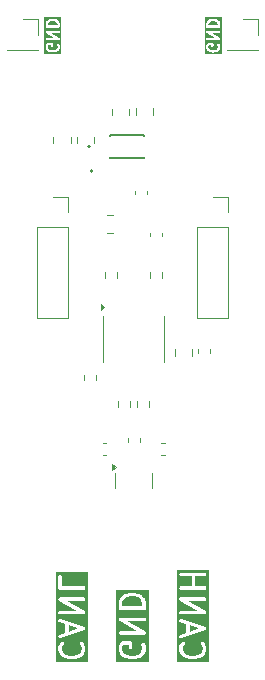
<source format=gbr>
%TF.GenerationSoftware,KiCad,Pcbnew,9.0.0*%
%TF.CreationDate,2025-05-07T16:38:21+03:00*%
%TF.ProjectId,Testing_USB-CAN,54657374-696e-4675-9f55-53422d43414e,rev?*%
%TF.SameCoordinates,Original*%
%TF.FileFunction,Legend,Bot*%
%TF.FilePolarity,Positive*%
%FSLAX46Y46*%
G04 Gerber Fmt 4.6, Leading zero omitted, Abs format (unit mm)*
G04 Created by KiCad (PCBNEW 9.0.0) date 2025-05-07 16:38:21*
%MOMM*%
%LPD*%
G01*
G04 APERTURE LIST*
%ADD10C,0.200000*%
%ADD11C,0.300000*%
%ADD12C,0.120000*%
%ADD13C,0.127000*%
%ADD14C,0.140000*%
G04 APERTURE END LIST*
D10*
G36*
X120299780Y-88163249D02*
G01*
X120370686Y-88198702D01*
X120437758Y-88265774D01*
X120472780Y-88370838D01*
X120472780Y-88492707D01*
X119672780Y-88492707D01*
X119672780Y-88370839D01*
X119707802Y-88265774D01*
X119774875Y-88198702D01*
X119845780Y-88163249D01*
X120013661Y-88121279D01*
X120131899Y-88121279D01*
X120299780Y-88163249D01*
G37*
G36*
X120783891Y-90899056D02*
G01*
X119361669Y-90899056D01*
X119361669Y-90259374D01*
X119472780Y-90259374D01*
X119472780Y-90354612D01*
X119473752Y-90364485D01*
X119473565Y-90367120D01*
X119474352Y-90370583D01*
X119474701Y-90374121D01*
X119475712Y-90376562D01*
X119477912Y-90386235D01*
X119525532Y-90529093D01*
X119533524Y-90546993D01*
X119535878Y-90549707D01*
X119537253Y-90553026D01*
X119549689Y-90568180D01*
X119644927Y-90663418D01*
X119652593Y-90669709D01*
X119654326Y-90671707D01*
X119657337Y-90673602D01*
X119660081Y-90675854D01*
X119662518Y-90676863D01*
X119670917Y-90682150D01*
X119766154Y-90729769D01*
X119767582Y-90730315D01*
X119768162Y-90730745D01*
X119776338Y-90733666D01*
X119784463Y-90736775D01*
X119785183Y-90736826D01*
X119786622Y-90737340D01*
X119977098Y-90784959D01*
X119980479Y-90785459D01*
X119981843Y-90786024D01*
X119989193Y-90786747D01*
X119996491Y-90787827D01*
X119997949Y-90787609D01*
X120001352Y-90787945D01*
X120144209Y-90787945D01*
X120147611Y-90787609D01*
X120149070Y-90787827D01*
X120156367Y-90786747D01*
X120163718Y-90786024D01*
X120165081Y-90785459D01*
X120168463Y-90784959D01*
X120358938Y-90737340D01*
X120360375Y-90736826D01*
X120361098Y-90736775D01*
X120369222Y-90733666D01*
X120377399Y-90730745D01*
X120377979Y-90730314D01*
X120379406Y-90729769D01*
X120474644Y-90682150D01*
X120483040Y-90676864D01*
X120485480Y-90675854D01*
X120488226Y-90673600D01*
X120491234Y-90671707D01*
X120492963Y-90669712D01*
X120500634Y-90663418D01*
X120595872Y-90568180D01*
X120608308Y-90553026D01*
X120609682Y-90549707D01*
X120612038Y-90546992D01*
X120620029Y-90529092D01*
X120667648Y-90386235D01*
X120669847Y-90376562D01*
X120670859Y-90374121D01*
X120671207Y-90370583D01*
X120671995Y-90367120D01*
X120671807Y-90364485D01*
X120672780Y-90354612D01*
X120672780Y-90211755D01*
X120670859Y-90192246D01*
X120669483Y-90188925D01*
X120669229Y-90185342D01*
X120662223Y-90167033D01*
X120614604Y-90071796D01*
X120604161Y-90055205D01*
X120574684Y-90029641D01*
X120537668Y-90017302D01*
X120498748Y-90020068D01*
X120463849Y-90037517D01*
X120438285Y-90066994D01*
X120425946Y-90104010D01*
X120428712Y-90142930D01*
X120435718Y-90161238D01*
X120472780Y-90235362D01*
X120472780Y-90338385D01*
X120437758Y-90443449D01*
X120370686Y-90510521D01*
X120299780Y-90545974D01*
X120131899Y-90587945D01*
X120013661Y-90587945D01*
X119845780Y-90545974D01*
X119774875Y-90510522D01*
X119707802Y-90443449D01*
X119672780Y-90338384D01*
X119672780Y-90275601D01*
X119707802Y-90170536D01*
X119709441Y-90168898D01*
X119901352Y-90168898D01*
X119901352Y-90259374D01*
X119903273Y-90278883D01*
X119918205Y-90314931D01*
X119945795Y-90342521D01*
X119981843Y-90357453D01*
X120020861Y-90357453D01*
X120056909Y-90342521D01*
X120084499Y-90314931D01*
X120099431Y-90278883D01*
X120101352Y-90259374D01*
X120101352Y-90068898D01*
X120099431Y-90049389D01*
X120084499Y-90013341D01*
X120056909Y-89985751D01*
X120020861Y-89970819D01*
X120001352Y-89968898D01*
X119668019Y-89968898D01*
X119648510Y-89970819D01*
X119623019Y-89981377D01*
X119612461Y-89985751D01*
X119597308Y-89998188D01*
X119549689Y-90045806D01*
X119537253Y-90060960D01*
X119535878Y-90064278D01*
X119533524Y-90066993D01*
X119525532Y-90084893D01*
X119477912Y-90227751D01*
X119475712Y-90237423D01*
X119474701Y-90239865D01*
X119474352Y-90243402D01*
X119473565Y-90246866D01*
X119473752Y-90249500D01*
X119472780Y-90259374D01*
X119361669Y-90259374D01*
X119361669Y-89075883D01*
X119473024Y-89075883D01*
X119474701Y-89082031D01*
X119474701Y-89088407D01*
X119479792Y-89100697D01*
X119483291Y-89113526D01*
X119487193Y-89118564D01*
X119489633Y-89124455D01*
X119499038Y-89133860D01*
X119507181Y-89144375D01*
X119515356Y-89150178D01*
X119517223Y-89152045D01*
X119519055Y-89152803D01*
X119523166Y-89155722D01*
X120196224Y-89540326D01*
X119572780Y-89540326D01*
X119553271Y-89542247D01*
X119517223Y-89557179D01*
X119489633Y-89584769D01*
X119474701Y-89620817D01*
X119474701Y-89659835D01*
X119489633Y-89695883D01*
X119517223Y-89723473D01*
X119553271Y-89738405D01*
X119572780Y-89740326D01*
X120572780Y-89740326D01*
X120577797Y-89739831D01*
X120579765Y-89740082D01*
X120582311Y-89739387D01*
X120592289Y-89738405D01*
X120604575Y-89733315D01*
X120617408Y-89729816D01*
X120622449Y-89725911D01*
X120628337Y-89723473D01*
X120637740Y-89714069D01*
X120648257Y-89705925D01*
X120651419Y-89700390D01*
X120655927Y-89695883D01*
X120661015Y-89683597D01*
X120667616Y-89672048D01*
X120668419Y-89665723D01*
X120670859Y-89659835D01*
X120670859Y-89646535D01*
X120672536Y-89633342D01*
X120670859Y-89627192D01*
X120670859Y-89620817D01*
X120665769Y-89608530D01*
X120662270Y-89595698D01*
X120658365Y-89590656D01*
X120655927Y-89584769D01*
X120646523Y-89575365D01*
X120638379Y-89564849D01*
X120630203Y-89559045D01*
X120628337Y-89557179D01*
X120626504Y-89556420D01*
X120622394Y-89553502D01*
X119949336Y-89168898D01*
X120572780Y-89168898D01*
X120592289Y-89166977D01*
X120628337Y-89152045D01*
X120655927Y-89124455D01*
X120670859Y-89088407D01*
X120670859Y-89049389D01*
X120655927Y-89013341D01*
X120628337Y-88985751D01*
X120592289Y-88970819D01*
X120572780Y-88968898D01*
X119572780Y-88968898D01*
X119567762Y-88969392D01*
X119565795Y-88969142D01*
X119563248Y-88969836D01*
X119553271Y-88970819D01*
X119540980Y-88975910D01*
X119528152Y-88979409D01*
X119523113Y-88983311D01*
X119517223Y-88985751D01*
X119507817Y-88995156D01*
X119497303Y-89003299D01*
X119494140Y-89008833D01*
X119489633Y-89013341D01*
X119484544Y-89025626D01*
X119477944Y-89037176D01*
X119477140Y-89043500D01*
X119474701Y-89049389D01*
X119474701Y-89062689D01*
X119473024Y-89075883D01*
X119361669Y-89075883D01*
X119361669Y-88354612D01*
X119472780Y-88354612D01*
X119472780Y-88592707D01*
X119474701Y-88612216D01*
X119489633Y-88648264D01*
X119517223Y-88675854D01*
X119553271Y-88690786D01*
X119572780Y-88692707D01*
X120572780Y-88692707D01*
X120592289Y-88690786D01*
X120628337Y-88675854D01*
X120655927Y-88648264D01*
X120670859Y-88612216D01*
X120672780Y-88592707D01*
X120672780Y-88354612D01*
X120671807Y-88344738D01*
X120671995Y-88342104D01*
X120671207Y-88338640D01*
X120670859Y-88335103D01*
X120669847Y-88332661D01*
X120667648Y-88322989D01*
X120620029Y-88180132D01*
X120612038Y-88162232D01*
X120609682Y-88159516D01*
X120608308Y-88156198D01*
X120595872Y-88141044D01*
X120500634Y-88045806D01*
X120492963Y-88039511D01*
X120491234Y-88037517D01*
X120488226Y-88035623D01*
X120485480Y-88033370D01*
X120483040Y-88032359D01*
X120474644Y-88027074D01*
X120379406Y-87979455D01*
X120377979Y-87978909D01*
X120377399Y-87978479D01*
X120369222Y-87975557D01*
X120361098Y-87972449D01*
X120360375Y-87972397D01*
X120358938Y-87971884D01*
X120168463Y-87924265D01*
X120165081Y-87923764D01*
X120163718Y-87923200D01*
X120156367Y-87922476D01*
X120149070Y-87921397D01*
X120147611Y-87921614D01*
X120144209Y-87921279D01*
X120001352Y-87921279D01*
X119997949Y-87921614D01*
X119996491Y-87921397D01*
X119989193Y-87922476D01*
X119981843Y-87923200D01*
X119980479Y-87923764D01*
X119977098Y-87924265D01*
X119786622Y-87971884D01*
X119785183Y-87972397D01*
X119784463Y-87972449D01*
X119776338Y-87975557D01*
X119768162Y-87978479D01*
X119767582Y-87978908D01*
X119766154Y-87979455D01*
X119670917Y-88027074D01*
X119662518Y-88032360D01*
X119660081Y-88033370D01*
X119657337Y-88035621D01*
X119654326Y-88037517D01*
X119652593Y-88039514D01*
X119644927Y-88045806D01*
X119549689Y-88141044D01*
X119537253Y-88156198D01*
X119535878Y-88159516D01*
X119533524Y-88162231D01*
X119525532Y-88180131D01*
X119477912Y-88322989D01*
X119475712Y-88332661D01*
X119474701Y-88335103D01*
X119474352Y-88338640D01*
X119473565Y-88342104D01*
X119473752Y-88344738D01*
X119472780Y-88354612D01*
X119361669Y-88354612D01*
X119361669Y-87810168D01*
X120783891Y-87810168D01*
X120783891Y-90899056D01*
G37*
G36*
X133879780Y-88173249D02*
G01*
X133950686Y-88208702D01*
X134017758Y-88275774D01*
X134052780Y-88380838D01*
X134052780Y-88502707D01*
X133252780Y-88502707D01*
X133252780Y-88380839D01*
X133287802Y-88275774D01*
X133354875Y-88208702D01*
X133425780Y-88173249D01*
X133593661Y-88131279D01*
X133711899Y-88131279D01*
X133879780Y-88173249D01*
G37*
G36*
X134363891Y-90909056D02*
G01*
X132941669Y-90909056D01*
X132941669Y-90269374D01*
X133052780Y-90269374D01*
X133052780Y-90364612D01*
X133053752Y-90374485D01*
X133053565Y-90377120D01*
X133054352Y-90380583D01*
X133054701Y-90384121D01*
X133055712Y-90386562D01*
X133057912Y-90396235D01*
X133105532Y-90539093D01*
X133113524Y-90556993D01*
X133115878Y-90559707D01*
X133117253Y-90563026D01*
X133129689Y-90578180D01*
X133224927Y-90673418D01*
X133232593Y-90679709D01*
X133234326Y-90681707D01*
X133237337Y-90683602D01*
X133240081Y-90685854D01*
X133242518Y-90686863D01*
X133250917Y-90692150D01*
X133346154Y-90739769D01*
X133347582Y-90740315D01*
X133348162Y-90740745D01*
X133356338Y-90743666D01*
X133364463Y-90746775D01*
X133365183Y-90746826D01*
X133366622Y-90747340D01*
X133557098Y-90794959D01*
X133560479Y-90795459D01*
X133561843Y-90796024D01*
X133569193Y-90796747D01*
X133576491Y-90797827D01*
X133577949Y-90797609D01*
X133581352Y-90797945D01*
X133724209Y-90797945D01*
X133727611Y-90797609D01*
X133729070Y-90797827D01*
X133736367Y-90796747D01*
X133743718Y-90796024D01*
X133745081Y-90795459D01*
X133748463Y-90794959D01*
X133938938Y-90747340D01*
X133940375Y-90746826D01*
X133941098Y-90746775D01*
X133949222Y-90743666D01*
X133957399Y-90740745D01*
X133957979Y-90740314D01*
X133959406Y-90739769D01*
X134054644Y-90692150D01*
X134063040Y-90686864D01*
X134065480Y-90685854D01*
X134068226Y-90683600D01*
X134071234Y-90681707D01*
X134072963Y-90679712D01*
X134080634Y-90673418D01*
X134175872Y-90578180D01*
X134188308Y-90563026D01*
X134189682Y-90559707D01*
X134192038Y-90556992D01*
X134200029Y-90539092D01*
X134247648Y-90396235D01*
X134249847Y-90386562D01*
X134250859Y-90384121D01*
X134251207Y-90380583D01*
X134251995Y-90377120D01*
X134251807Y-90374485D01*
X134252780Y-90364612D01*
X134252780Y-90221755D01*
X134250859Y-90202246D01*
X134249483Y-90198925D01*
X134249229Y-90195342D01*
X134242223Y-90177033D01*
X134194604Y-90081796D01*
X134184161Y-90065205D01*
X134154684Y-90039641D01*
X134117668Y-90027302D01*
X134078748Y-90030068D01*
X134043849Y-90047517D01*
X134018285Y-90076994D01*
X134005946Y-90114010D01*
X134008712Y-90152930D01*
X134015718Y-90171238D01*
X134052780Y-90245362D01*
X134052780Y-90348385D01*
X134017758Y-90453449D01*
X133950686Y-90520521D01*
X133879780Y-90555974D01*
X133711899Y-90597945D01*
X133593661Y-90597945D01*
X133425780Y-90555974D01*
X133354875Y-90520522D01*
X133287802Y-90453449D01*
X133252780Y-90348384D01*
X133252780Y-90285601D01*
X133287802Y-90180536D01*
X133289441Y-90178898D01*
X133481352Y-90178898D01*
X133481352Y-90269374D01*
X133483273Y-90288883D01*
X133498205Y-90324931D01*
X133525795Y-90352521D01*
X133561843Y-90367453D01*
X133600861Y-90367453D01*
X133636909Y-90352521D01*
X133664499Y-90324931D01*
X133679431Y-90288883D01*
X133681352Y-90269374D01*
X133681352Y-90078898D01*
X133679431Y-90059389D01*
X133664499Y-90023341D01*
X133636909Y-89995751D01*
X133600861Y-89980819D01*
X133581352Y-89978898D01*
X133248019Y-89978898D01*
X133228510Y-89980819D01*
X133203019Y-89991377D01*
X133192461Y-89995751D01*
X133177308Y-90008188D01*
X133129689Y-90055806D01*
X133117253Y-90070960D01*
X133115878Y-90074278D01*
X133113524Y-90076993D01*
X133105532Y-90094893D01*
X133057912Y-90237751D01*
X133055712Y-90247423D01*
X133054701Y-90249865D01*
X133054352Y-90253402D01*
X133053565Y-90256866D01*
X133053752Y-90259500D01*
X133052780Y-90269374D01*
X132941669Y-90269374D01*
X132941669Y-89085883D01*
X133053024Y-89085883D01*
X133054701Y-89092031D01*
X133054701Y-89098407D01*
X133059792Y-89110697D01*
X133063291Y-89123526D01*
X133067193Y-89128564D01*
X133069633Y-89134455D01*
X133079038Y-89143860D01*
X133087181Y-89154375D01*
X133095356Y-89160178D01*
X133097223Y-89162045D01*
X133099055Y-89162803D01*
X133103166Y-89165722D01*
X133776224Y-89550326D01*
X133152780Y-89550326D01*
X133133271Y-89552247D01*
X133097223Y-89567179D01*
X133069633Y-89594769D01*
X133054701Y-89630817D01*
X133054701Y-89669835D01*
X133069633Y-89705883D01*
X133097223Y-89733473D01*
X133133271Y-89748405D01*
X133152780Y-89750326D01*
X134152780Y-89750326D01*
X134157797Y-89749831D01*
X134159765Y-89750082D01*
X134162311Y-89749387D01*
X134172289Y-89748405D01*
X134184575Y-89743315D01*
X134197408Y-89739816D01*
X134202449Y-89735911D01*
X134208337Y-89733473D01*
X134217740Y-89724069D01*
X134228257Y-89715925D01*
X134231419Y-89710390D01*
X134235927Y-89705883D01*
X134241015Y-89693597D01*
X134247616Y-89682048D01*
X134248419Y-89675723D01*
X134250859Y-89669835D01*
X134250859Y-89656535D01*
X134252536Y-89643342D01*
X134250859Y-89637192D01*
X134250859Y-89630817D01*
X134245769Y-89618530D01*
X134242270Y-89605698D01*
X134238365Y-89600656D01*
X134235927Y-89594769D01*
X134226523Y-89585365D01*
X134218379Y-89574849D01*
X134210203Y-89569045D01*
X134208337Y-89567179D01*
X134206504Y-89566420D01*
X134202394Y-89563502D01*
X133529336Y-89178898D01*
X134152780Y-89178898D01*
X134172289Y-89176977D01*
X134208337Y-89162045D01*
X134235927Y-89134455D01*
X134250859Y-89098407D01*
X134250859Y-89059389D01*
X134235927Y-89023341D01*
X134208337Y-88995751D01*
X134172289Y-88980819D01*
X134152780Y-88978898D01*
X133152780Y-88978898D01*
X133147762Y-88979392D01*
X133145795Y-88979142D01*
X133143248Y-88979836D01*
X133133271Y-88980819D01*
X133120980Y-88985910D01*
X133108152Y-88989409D01*
X133103113Y-88993311D01*
X133097223Y-88995751D01*
X133087817Y-89005156D01*
X133077303Y-89013299D01*
X133074140Y-89018833D01*
X133069633Y-89023341D01*
X133064544Y-89035626D01*
X133057944Y-89047176D01*
X133057140Y-89053500D01*
X133054701Y-89059389D01*
X133054701Y-89072689D01*
X133053024Y-89085883D01*
X132941669Y-89085883D01*
X132941669Y-88364612D01*
X133052780Y-88364612D01*
X133052780Y-88602707D01*
X133054701Y-88622216D01*
X133069633Y-88658264D01*
X133097223Y-88685854D01*
X133133271Y-88700786D01*
X133152780Y-88702707D01*
X134152780Y-88702707D01*
X134172289Y-88700786D01*
X134208337Y-88685854D01*
X134235927Y-88658264D01*
X134250859Y-88622216D01*
X134252780Y-88602707D01*
X134252780Y-88364612D01*
X134251807Y-88354738D01*
X134251995Y-88352104D01*
X134251207Y-88348640D01*
X134250859Y-88345103D01*
X134249847Y-88342661D01*
X134247648Y-88332989D01*
X134200029Y-88190132D01*
X134192038Y-88172232D01*
X134189682Y-88169516D01*
X134188308Y-88166198D01*
X134175872Y-88151044D01*
X134080634Y-88055806D01*
X134072963Y-88049511D01*
X134071234Y-88047517D01*
X134068226Y-88045623D01*
X134065480Y-88043370D01*
X134063040Y-88042359D01*
X134054644Y-88037074D01*
X133959406Y-87989455D01*
X133957979Y-87988909D01*
X133957399Y-87988479D01*
X133949222Y-87985557D01*
X133941098Y-87982449D01*
X133940375Y-87982397D01*
X133938938Y-87981884D01*
X133748463Y-87934265D01*
X133745081Y-87933764D01*
X133743718Y-87933200D01*
X133736367Y-87932476D01*
X133729070Y-87931397D01*
X133727611Y-87931614D01*
X133724209Y-87931279D01*
X133581352Y-87931279D01*
X133577949Y-87931614D01*
X133576491Y-87931397D01*
X133569193Y-87932476D01*
X133561843Y-87933200D01*
X133560479Y-87933764D01*
X133557098Y-87934265D01*
X133366622Y-87981884D01*
X133365183Y-87982397D01*
X133364463Y-87982449D01*
X133356338Y-87985557D01*
X133348162Y-87988479D01*
X133347582Y-87988908D01*
X133346154Y-87989455D01*
X133250917Y-88037074D01*
X133242518Y-88042360D01*
X133240081Y-88043370D01*
X133237337Y-88045621D01*
X133234326Y-88047517D01*
X133232593Y-88049514D01*
X133224927Y-88055806D01*
X133129689Y-88151044D01*
X133117253Y-88166198D01*
X133115878Y-88169516D01*
X133113524Y-88172231D01*
X133105532Y-88190131D01*
X133057912Y-88332989D01*
X133055712Y-88342661D01*
X133054701Y-88345103D01*
X133054352Y-88348640D01*
X133053565Y-88352104D01*
X133053752Y-88354738D01*
X133052780Y-88364612D01*
X132941669Y-88364612D01*
X132941669Y-87820168D01*
X134363891Y-87820168D01*
X134363891Y-90909056D01*
G37*
D11*
G36*
X132456019Y-139555488D02*
G01*
X131651790Y-139823564D01*
X131651790Y-139287411D01*
X132456019Y-139555488D01*
G37*
G36*
X133302583Y-142403901D02*
G01*
X130558139Y-142403901D01*
X130558139Y-141174536D01*
X130780361Y-141174536D01*
X130780361Y-141365012D01*
X130781819Y-141379823D01*
X130781539Y-141383773D01*
X130782720Y-141388967D01*
X130783243Y-141394276D01*
X130784760Y-141397938D01*
X130788059Y-141412446D01*
X130883298Y-141698161D01*
X130895286Y-141725012D01*
X130898816Y-141729082D01*
X130900879Y-141734062D01*
X130919534Y-141756793D01*
X131110010Y-141947269D01*
X131121511Y-141956708D01*
X131124108Y-141959702D01*
X131128621Y-141962542D01*
X131132741Y-141965924D01*
X131136400Y-141967439D01*
X131148994Y-141975367D01*
X131339470Y-142070605D01*
X131341608Y-142071423D01*
X131342480Y-142072069D01*
X131354753Y-142076453D01*
X131366934Y-142081115D01*
X131368016Y-142081191D01*
X131370172Y-142081962D01*
X131751123Y-142177200D01*
X131756195Y-142177950D01*
X131758240Y-142178797D01*
X131769261Y-142179882D01*
X131780213Y-142181502D01*
X131782400Y-142181176D01*
X131787504Y-142181679D01*
X132073219Y-142181679D01*
X132078322Y-142181176D01*
X132080510Y-142181502D01*
X132091460Y-142179882D01*
X132102483Y-142178797D01*
X132104527Y-142177949D01*
X132109599Y-142177200D01*
X132490551Y-142081962D01*
X132492706Y-142081191D01*
X132493790Y-142081115D01*
X132505986Y-142076447D01*
X132518242Y-142072069D01*
X132519112Y-142071424D01*
X132521253Y-142070605D01*
X132711729Y-141975367D01*
X132724322Y-141967439D01*
X132727982Y-141965924D01*
X132732101Y-141962542D01*
X132736615Y-141959702D01*
X132739211Y-141956707D01*
X132750713Y-141947269D01*
X132941189Y-141756793D01*
X132959844Y-141734062D01*
X132961906Y-141729082D01*
X132965437Y-141725012D01*
X132977426Y-141698161D01*
X133072664Y-141412446D01*
X133075963Y-141397933D01*
X133077479Y-141394276D01*
X133078001Y-141388973D01*
X133079184Y-141383772D01*
X133078902Y-141379817D01*
X133080361Y-141365012D01*
X133080361Y-141174536D01*
X133078902Y-141159724D01*
X133079183Y-141155775D01*
X133078001Y-141150580D01*
X133077479Y-141145272D01*
X133075961Y-141141609D01*
X133072663Y-141127102D01*
X132977425Y-140841388D01*
X132965437Y-140814537D01*
X132961906Y-140810466D01*
X132959844Y-140805487D01*
X132941189Y-140782756D01*
X132845951Y-140687518D01*
X132823220Y-140668863D01*
X132769148Y-140646466D01*
X132710622Y-140646466D01*
X132656550Y-140668863D01*
X132615164Y-140710249D01*
X132592767Y-140764321D01*
X132592767Y-140822847D01*
X132615164Y-140876919D01*
X132633819Y-140899650D01*
X132704019Y-140969850D01*
X132780361Y-141198876D01*
X132780361Y-141340669D01*
X132704017Y-141569700D01*
X132555793Y-141717925D01*
X132401815Y-141794913D01*
X132054755Y-141881679D01*
X131805968Y-141881679D01*
X131458908Y-141794914D01*
X131304930Y-141717925D01*
X131156704Y-141569699D01*
X131080361Y-141340671D01*
X131080361Y-141198877D01*
X131156704Y-140969849D01*
X131226904Y-140899650D01*
X131245559Y-140876919D01*
X131267956Y-140822847D01*
X131267956Y-140764321D01*
X131245559Y-140710249D01*
X131204173Y-140668863D01*
X131150101Y-140646466D01*
X131091575Y-140646466D01*
X131037503Y-140668863D01*
X131014772Y-140687518D01*
X130919534Y-140782756D01*
X130900879Y-140805487D01*
X130898816Y-140810466D01*
X130895286Y-140814537D01*
X130883298Y-140841388D01*
X130788059Y-141127101D01*
X130784759Y-141141610D01*
X130783243Y-141145272D01*
X130782720Y-141150580D01*
X130781539Y-141155775D01*
X130781819Y-141159724D01*
X130780361Y-141174536D01*
X130558139Y-141174536D01*
X130558139Y-138870061D01*
X130781539Y-138870061D01*
X130785688Y-138928442D01*
X130811862Y-138980789D01*
X130856076Y-139019136D01*
X130882927Y-139031124D01*
X131351790Y-139187411D01*
X131351790Y-139923564D01*
X130882927Y-140079852D01*
X130856076Y-140091841D01*
X130811862Y-140130188D01*
X130785688Y-140182535D01*
X130781539Y-140240915D01*
X130800047Y-140296440D01*
X130838394Y-140340654D01*
X130890741Y-140366828D01*
X130949121Y-140370977D01*
X130977795Y-140364458D01*
X132977795Y-139697791D01*
X133004646Y-139685803D01*
X133012743Y-139678779D01*
X133022327Y-139673988D01*
X133034648Y-139659781D01*
X133048860Y-139647456D01*
X133053653Y-139637870D01*
X133060675Y-139629774D01*
X133066622Y-139611932D01*
X133075034Y-139595109D01*
X133075794Y-139584415D01*
X133079183Y-139574249D01*
X133077850Y-139555493D01*
X133079184Y-139536728D01*
X133075793Y-139526557D01*
X133075034Y-139515869D01*
X133066623Y-139499047D01*
X133060675Y-139481204D01*
X133053652Y-139473107D01*
X133048860Y-139463522D01*
X133034651Y-139451198D01*
X133022328Y-139436990D01*
X133012742Y-139432197D01*
X133004646Y-139425175D01*
X132977795Y-139413186D01*
X130977795Y-138746520D01*
X130949122Y-138740000D01*
X130890741Y-138744149D01*
X130838394Y-138770323D01*
X130800047Y-138814537D01*
X130781539Y-138870061D01*
X130558139Y-138870061D01*
X130558139Y-137089775D01*
X130780727Y-137089775D01*
X130783243Y-137098999D01*
X130783243Y-137108562D01*
X130790878Y-137126994D01*
X130796127Y-137146239D01*
X130801981Y-137153798D01*
X130805641Y-137162634D01*
X130819748Y-137176741D01*
X130831962Y-137192513D01*
X130844225Y-137201218D01*
X130847025Y-137204018D01*
X130849772Y-137205156D01*
X130855940Y-137209534D01*
X132365527Y-138072155D01*
X130930361Y-138072155D01*
X130901097Y-138075037D01*
X130847025Y-138097435D01*
X130805641Y-138138819D01*
X130783243Y-138192891D01*
X130783243Y-138251419D01*
X130805641Y-138305491D01*
X130847025Y-138346875D01*
X130901097Y-138369273D01*
X130930361Y-138372155D01*
X132930361Y-138372155D01*
X132937891Y-138371413D01*
X132940838Y-138371788D01*
X132944653Y-138370747D01*
X132959625Y-138369273D01*
X132978060Y-138361636D01*
X132997302Y-138356389D01*
X133004861Y-138350534D01*
X133013697Y-138346875D01*
X133027804Y-138332767D01*
X133043576Y-138320554D01*
X133048320Y-138312251D01*
X133055081Y-138305491D01*
X133062715Y-138287060D01*
X133072614Y-138269738D01*
X133073819Y-138260253D01*
X133077479Y-138251419D01*
X133077479Y-138231463D01*
X133079994Y-138211677D01*
X133077479Y-138202455D01*
X133077479Y-138192891D01*
X133069842Y-138174456D01*
X133064595Y-138155214D01*
X133058740Y-138147654D01*
X133055081Y-138138819D01*
X133040973Y-138124711D01*
X133028760Y-138108940D01*
X133016495Y-138100233D01*
X133013697Y-138097435D01*
X133010951Y-138096297D01*
X133004782Y-138091918D01*
X131495195Y-137229298D01*
X132930361Y-137229298D01*
X132959625Y-137226416D01*
X133013697Y-137204018D01*
X133055081Y-137162634D01*
X133077479Y-137108562D01*
X133077479Y-137050034D01*
X133055081Y-136995962D01*
X133013697Y-136954578D01*
X132959625Y-136932180D01*
X132930361Y-136929298D01*
X130930361Y-136929298D01*
X130922835Y-136930039D01*
X130919884Y-136929664D01*
X130916063Y-136930706D01*
X130901097Y-136932180D01*
X130882664Y-136939815D01*
X130863420Y-136945064D01*
X130855860Y-136950918D01*
X130847025Y-136954578D01*
X130832917Y-136968685D01*
X130817146Y-136980899D01*
X130812401Y-136989201D01*
X130805641Y-136995962D01*
X130798006Y-137014392D01*
X130788108Y-137031715D01*
X130786902Y-137041200D01*
X130783243Y-137050034D01*
X130783243Y-137069983D01*
X130780727Y-137089775D01*
X130558139Y-137089775D01*
X130558139Y-134954796D01*
X130783243Y-134954796D01*
X130783243Y-135013324D01*
X130805641Y-135067396D01*
X130847025Y-135108780D01*
X130901097Y-135131178D01*
X130930361Y-135134060D01*
X131827980Y-135134060D01*
X131827980Y-135976917D01*
X130930361Y-135976917D01*
X130901097Y-135979799D01*
X130847025Y-136002197D01*
X130805641Y-136043581D01*
X130783243Y-136097653D01*
X130783243Y-136156181D01*
X130805641Y-136210253D01*
X130847025Y-136251637D01*
X130901097Y-136274035D01*
X130930361Y-136276917D01*
X132930361Y-136276917D01*
X132959625Y-136274035D01*
X133013697Y-136251637D01*
X133055081Y-136210253D01*
X133077479Y-136156181D01*
X133077479Y-136097653D01*
X133055081Y-136043581D01*
X133013697Y-136002197D01*
X132959625Y-135979799D01*
X132930361Y-135976917D01*
X132127980Y-135976917D01*
X132127980Y-135134060D01*
X132930361Y-135134060D01*
X132959625Y-135131178D01*
X133013697Y-135108780D01*
X133055081Y-135067396D01*
X133077479Y-135013324D01*
X133077479Y-134954796D01*
X133055081Y-134900724D01*
X133013697Y-134859340D01*
X132959625Y-134836942D01*
X132930361Y-134834060D01*
X130930361Y-134834060D01*
X130901097Y-134836942D01*
X130847025Y-134859340D01*
X130805641Y-134900724D01*
X130783243Y-134954796D01*
X130558139Y-134954796D01*
X130558139Y-134611838D01*
X133302583Y-134611838D01*
X133302583Y-142403901D01*
G37*
G36*
X122216019Y-139555488D02*
G01*
X121411790Y-139823564D01*
X121411790Y-139287411D01*
X122216019Y-139555488D01*
G37*
G36*
X123062583Y-142403901D02*
G01*
X120318139Y-142403901D01*
X120318139Y-141174536D01*
X120540361Y-141174536D01*
X120540361Y-141365012D01*
X120541819Y-141379823D01*
X120541539Y-141383773D01*
X120542720Y-141388967D01*
X120543243Y-141394276D01*
X120544760Y-141397938D01*
X120548059Y-141412446D01*
X120643298Y-141698161D01*
X120655286Y-141725012D01*
X120658816Y-141729082D01*
X120660879Y-141734062D01*
X120679534Y-141756793D01*
X120870010Y-141947269D01*
X120881511Y-141956708D01*
X120884108Y-141959702D01*
X120888621Y-141962542D01*
X120892741Y-141965924D01*
X120896400Y-141967439D01*
X120908994Y-141975367D01*
X121099470Y-142070605D01*
X121101608Y-142071423D01*
X121102480Y-142072069D01*
X121114753Y-142076453D01*
X121126934Y-142081115D01*
X121128016Y-142081191D01*
X121130172Y-142081962D01*
X121511123Y-142177200D01*
X121516195Y-142177950D01*
X121518240Y-142178797D01*
X121529261Y-142179882D01*
X121540213Y-142181502D01*
X121542400Y-142181176D01*
X121547504Y-142181679D01*
X121833219Y-142181679D01*
X121838322Y-142181176D01*
X121840510Y-142181502D01*
X121851460Y-142179882D01*
X121862483Y-142178797D01*
X121864527Y-142177949D01*
X121869599Y-142177200D01*
X122250551Y-142081962D01*
X122252706Y-142081191D01*
X122253790Y-142081115D01*
X122265986Y-142076447D01*
X122278242Y-142072069D01*
X122279112Y-142071424D01*
X122281253Y-142070605D01*
X122471729Y-141975367D01*
X122484322Y-141967439D01*
X122487982Y-141965924D01*
X122492101Y-141962542D01*
X122496615Y-141959702D01*
X122499211Y-141956707D01*
X122510713Y-141947269D01*
X122701189Y-141756793D01*
X122719844Y-141734062D01*
X122721906Y-141729082D01*
X122725437Y-141725012D01*
X122737426Y-141698161D01*
X122832664Y-141412446D01*
X122835963Y-141397933D01*
X122837479Y-141394276D01*
X122838001Y-141388973D01*
X122839184Y-141383772D01*
X122838902Y-141379817D01*
X122840361Y-141365012D01*
X122840361Y-141174536D01*
X122838902Y-141159724D01*
X122839183Y-141155775D01*
X122838001Y-141150580D01*
X122837479Y-141145272D01*
X122835961Y-141141609D01*
X122832663Y-141127102D01*
X122737425Y-140841388D01*
X122725437Y-140814537D01*
X122721906Y-140810466D01*
X122719844Y-140805487D01*
X122701189Y-140782756D01*
X122605951Y-140687518D01*
X122583220Y-140668863D01*
X122529148Y-140646466D01*
X122470622Y-140646466D01*
X122416550Y-140668863D01*
X122375164Y-140710249D01*
X122352767Y-140764321D01*
X122352767Y-140822847D01*
X122375164Y-140876919D01*
X122393819Y-140899650D01*
X122464019Y-140969850D01*
X122540361Y-141198876D01*
X122540361Y-141340669D01*
X122464017Y-141569700D01*
X122315793Y-141717925D01*
X122161815Y-141794913D01*
X121814755Y-141881679D01*
X121565968Y-141881679D01*
X121218908Y-141794914D01*
X121064930Y-141717925D01*
X120916704Y-141569699D01*
X120840361Y-141340671D01*
X120840361Y-141198877D01*
X120916704Y-140969849D01*
X120986904Y-140899650D01*
X121005559Y-140876919D01*
X121027956Y-140822847D01*
X121027956Y-140764321D01*
X121005559Y-140710249D01*
X120964173Y-140668863D01*
X120910101Y-140646466D01*
X120851575Y-140646466D01*
X120797503Y-140668863D01*
X120774772Y-140687518D01*
X120679534Y-140782756D01*
X120660879Y-140805487D01*
X120658816Y-140810466D01*
X120655286Y-140814537D01*
X120643298Y-140841388D01*
X120548059Y-141127101D01*
X120544759Y-141141610D01*
X120543243Y-141145272D01*
X120542720Y-141150580D01*
X120541539Y-141155775D01*
X120541819Y-141159724D01*
X120540361Y-141174536D01*
X120318139Y-141174536D01*
X120318139Y-138870061D01*
X120541539Y-138870061D01*
X120545688Y-138928442D01*
X120571862Y-138980789D01*
X120616076Y-139019136D01*
X120642927Y-139031124D01*
X121111790Y-139187411D01*
X121111790Y-139923564D01*
X120642927Y-140079852D01*
X120616076Y-140091841D01*
X120571862Y-140130188D01*
X120545688Y-140182535D01*
X120541539Y-140240915D01*
X120560047Y-140296440D01*
X120598394Y-140340654D01*
X120650741Y-140366828D01*
X120709121Y-140370977D01*
X120737795Y-140364458D01*
X122737795Y-139697791D01*
X122764646Y-139685803D01*
X122772743Y-139678779D01*
X122782327Y-139673988D01*
X122794648Y-139659781D01*
X122808860Y-139647456D01*
X122813653Y-139637870D01*
X122820675Y-139629774D01*
X122826622Y-139611932D01*
X122835034Y-139595109D01*
X122835794Y-139584415D01*
X122839183Y-139574249D01*
X122837850Y-139555493D01*
X122839184Y-139536728D01*
X122835793Y-139526557D01*
X122835034Y-139515869D01*
X122826623Y-139499047D01*
X122820675Y-139481204D01*
X122813652Y-139473107D01*
X122808860Y-139463522D01*
X122794651Y-139451198D01*
X122782328Y-139436990D01*
X122772742Y-139432197D01*
X122764646Y-139425175D01*
X122737795Y-139413186D01*
X120737795Y-138746520D01*
X120709122Y-138740000D01*
X120650741Y-138744149D01*
X120598394Y-138770323D01*
X120560047Y-138814537D01*
X120541539Y-138870061D01*
X120318139Y-138870061D01*
X120318139Y-137089775D01*
X120540727Y-137089775D01*
X120543243Y-137098999D01*
X120543243Y-137108562D01*
X120550878Y-137126994D01*
X120556127Y-137146239D01*
X120561981Y-137153798D01*
X120565641Y-137162634D01*
X120579748Y-137176741D01*
X120591962Y-137192513D01*
X120604225Y-137201218D01*
X120607025Y-137204018D01*
X120609772Y-137205156D01*
X120615940Y-137209534D01*
X122125527Y-138072155D01*
X120690361Y-138072155D01*
X120661097Y-138075037D01*
X120607025Y-138097435D01*
X120565641Y-138138819D01*
X120543243Y-138192891D01*
X120543243Y-138251419D01*
X120565641Y-138305491D01*
X120607025Y-138346875D01*
X120661097Y-138369273D01*
X120690361Y-138372155D01*
X122690361Y-138372155D01*
X122697891Y-138371413D01*
X122700838Y-138371788D01*
X122704653Y-138370747D01*
X122719625Y-138369273D01*
X122738060Y-138361636D01*
X122757302Y-138356389D01*
X122764861Y-138350534D01*
X122773697Y-138346875D01*
X122787804Y-138332767D01*
X122803576Y-138320554D01*
X122808320Y-138312251D01*
X122815081Y-138305491D01*
X122822715Y-138287060D01*
X122832614Y-138269738D01*
X122833819Y-138260253D01*
X122837479Y-138251419D01*
X122837479Y-138231463D01*
X122839994Y-138211677D01*
X122837479Y-138202455D01*
X122837479Y-138192891D01*
X122829842Y-138174456D01*
X122824595Y-138155214D01*
X122818740Y-138147654D01*
X122815081Y-138138819D01*
X122800973Y-138124711D01*
X122788760Y-138108940D01*
X122776495Y-138100233D01*
X122773697Y-138097435D01*
X122770951Y-138096297D01*
X122764782Y-138091918D01*
X121255195Y-137229298D01*
X122690361Y-137229298D01*
X122719625Y-137226416D01*
X122773697Y-137204018D01*
X122815081Y-137162634D01*
X122837479Y-137108562D01*
X122837479Y-137050034D01*
X122815081Y-136995962D01*
X122773697Y-136954578D01*
X122719625Y-136932180D01*
X122690361Y-136929298D01*
X120690361Y-136929298D01*
X120682835Y-136930039D01*
X120679884Y-136929664D01*
X120676063Y-136930706D01*
X120661097Y-136932180D01*
X120642664Y-136939815D01*
X120623420Y-136945064D01*
X120615860Y-136950918D01*
X120607025Y-136954578D01*
X120592917Y-136968685D01*
X120577146Y-136980899D01*
X120572401Y-136989201D01*
X120565641Y-136995962D01*
X120558006Y-137014392D01*
X120548108Y-137031715D01*
X120546902Y-137041200D01*
X120543243Y-137050034D01*
X120543243Y-137069983D01*
X120540727Y-137089775D01*
X120318139Y-137089775D01*
X120318139Y-135174536D01*
X120540361Y-135174536D01*
X120540361Y-136126917D01*
X120543243Y-136156181D01*
X120565641Y-136210253D01*
X120607025Y-136251637D01*
X120661097Y-136274035D01*
X120690361Y-136276917D01*
X122690361Y-136276917D01*
X122719625Y-136274035D01*
X122773697Y-136251637D01*
X122815081Y-136210253D01*
X122837479Y-136156181D01*
X122837479Y-136097653D01*
X122815081Y-136043581D01*
X122773697Y-136002197D01*
X122719625Y-135979799D01*
X122690361Y-135976917D01*
X120840361Y-135976917D01*
X120840361Y-135174536D01*
X120837479Y-135145272D01*
X120815081Y-135091200D01*
X120773697Y-135049816D01*
X120719625Y-135027418D01*
X120661097Y-135027418D01*
X120607025Y-135049816D01*
X120565641Y-135091200D01*
X120543243Y-135145272D01*
X120540361Y-135174536D01*
X120318139Y-135174536D01*
X120318139Y-134805196D01*
X123062583Y-134805196D01*
X123062583Y-142403901D01*
G37*
G36*
X127281815Y-136935111D02*
G01*
X127435793Y-137012100D01*
X127584017Y-137160324D01*
X127660361Y-137389355D01*
X127660361Y-137691203D01*
X125960361Y-137691203D01*
X125960361Y-137389353D01*
X126036704Y-137160325D01*
X126184930Y-137012100D01*
X126338908Y-136935111D01*
X126685968Y-136848346D01*
X126934755Y-136848346D01*
X127281815Y-136935111D01*
G37*
G36*
X128182583Y-142403901D02*
G01*
X125438139Y-142403901D01*
X125438139Y-141174536D01*
X125660361Y-141174536D01*
X125660361Y-141365012D01*
X125661819Y-141379823D01*
X125661539Y-141383773D01*
X125662720Y-141388967D01*
X125663243Y-141394276D01*
X125664760Y-141397938D01*
X125668059Y-141412446D01*
X125763298Y-141698161D01*
X125775286Y-141725012D01*
X125778816Y-141729082D01*
X125780879Y-141734062D01*
X125799534Y-141756793D01*
X125990010Y-141947269D01*
X126001511Y-141956708D01*
X126004108Y-141959702D01*
X126008621Y-141962542D01*
X126012741Y-141965924D01*
X126016400Y-141967439D01*
X126028994Y-141975367D01*
X126219470Y-142070605D01*
X126221608Y-142071423D01*
X126222480Y-142072069D01*
X126234753Y-142076453D01*
X126246934Y-142081115D01*
X126248016Y-142081191D01*
X126250172Y-142081962D01*
X126631123Y-142177200D01*
X126636195Y-142177950D01*
X126638240Y-142178797D01*
X126649261Y-142179882D01*
X126660213Y-142181502D01*
X126662400Y-142181176D01*
X126667504Y-142181679D01*
X126953219Y-142181679D01*
X126958322Y-142181176D01*
X126960510Y-142181502D01*
X126971460Y-142179882D01*
X126982483Y-142178797D01*
X126984527Y-142177949D01*
X126989599Y-142177200D01*
X127370551Y-142081962D01*
X127372706Y-142081191D01*
X127373790Y-142081115D01*
X127385986Y-142076447D01*
X127398242Y-142072069D01*
X127399112Y-142071424D01*
X127401253Y-142070605D01*
X127591729Y-141975367D01*
X127604322Y-141967439D01*
X127607982Y-141965924D01*
X127612101Y-141962542D01*
X127616615Y-141959702D01*
X127619211Y-141956707D01*
X127630713Y-141947269D01*
X127821189Y-141756793D01*
X127839844Y-141734062D01*
X127841906Y-141729082D01*
X127845437Y-141725012D01*
X127857426Y-141698161D01*
X127952664Y-141412446D01*
X127955963Y-141397933D01*
X127957479Y-141394276D01*
X127958001Y-141388973D01*
X127959184Y-141383772D01*
X127958902Y-141379817D01*
X127960361Y-141365012D01*
X127960361Y-141079298D01*
X127957479Y-141050034D01*
X127955416Y-141045055D01*
X127955035Y-141039680D01*
X127944525Y-141012216D01*
X127849287Y-140821740D01*
X127833622Y-140796854D01*
X127789407Y-140758508D01*
X127733885Y-140740000D01*
X127675504Y-140744148D01*
X127623155Y-140770323D01*
X127584809Y-140814538D01*
X127566301Y-140870060D01*
X127570449Y-140928441D01*
X127580959Y-140955904D01*
X127660361Y-141114708D01*
X127660361Y-141340669D01*
X127584017Y-141569700D01*
X127435793Y-141717925D01*
X127281815Y-141794913D01*
X126934755Y-141881679D01*
X126685968Y-141881679D01*
X126338908Y-141794914D01*
X126184930Y-141717925D01*
X126036704Y-141569699D01*
X125960361Y-141340671D01*
X125960361Y-141198877D01*
X126036704Y-140969849D01*
X126062970Y-140943584D01*
X126517504Y-140943584D01*
X126517504Y-141174536D01*
X126520386Y-141203800D01*
X126542784Y-141257872D01*
X126584168Y-141299256D01*
X126638240Y-141321654D01*
X126696768Y-141321654D01*
X126750840Y-141299256D01*
X126792224Y-141257872D01*
X126814622Y-141203800D01*
X126817504Y-141174536D01*
X126817504Y-140793584D01*
X126814622Y-140764320D01*
X126792224Y-140710248D01*
X126750840Y-140668864D01*
X126696768Y-140646466D01*
X126667504Y-140643584D01*
X126000838Y-140643584D01*
X125971574Y-140646466D01*
X125949177Y-140655743D01*
X125917503Y-140668863D01*
X125894772Y-140687518D01*
X125799534Y-140782756D01*
X125780879Y-140805487D01*
X125778816Y-140810466D01*
X125775286Y-140814537D01*
X125763298Y-140841388D01*
X125668059Y-141127101D01*
X125664759Y-141141610D01*
X125663243Y-141145272D01*
X125662720Y-141150580D01*
X125661539Y-141155775D01*
X125661819Y-141159724D01*
X125660361Y-141174536D01*
X125438139Y-141174536D01*
X125438139Y-138804061D01*
X125660727Y-138804061D01*
X125663243Y-138813285D01*
X125663243Y-138822848D01*
X125670878Y-138841280D01*
X125676127Y-138860525D01*
X125681981Y-138868084D01*
X125685641Y-138876920D01*
X125699748Y-138891027D01*
X125711962Y-138906799D01*
X125724225Y-138915504D01*
X125727025Y-138918304D01*
X125729772Y-138919442D01*
X125735940Y-138923820D01*
X127245527Y-139786441D01*
X125810361Y-139786441D01*
X125781097Y-139789323D01*
X125727025Y-139811721D01*
X125685641Y-139853105D01*
X125663243Y-139907177D01*
X125663243Y-139965705D01*
X125685641Y-140019777D01*
X125727025Y-140061161D01*
X125781097Y-140083559D01*
X125810361Y-140086441D01*
X127810361Y-140086441D01*
X127817891Y-140085699D01*
X127820838Y-140086074D01*
X127824653Y-140085033D01*
X127839625Y-140083559D01*
X127858060Y-140075922D01*
X127877302Y-140070675D01*
X127884861Y-140064820D01*
X127893697Y-140061161D01*
X127907804Y-140047053D01*
X127923576Y-140034840D01*
X127928320Y-140026537D01*
X127935081Y-140019777D01*
X127942715Y-140001346D01*
X127952614Y-139984024D01*
X127953819Y-139974539D01*
X127957479Y-139965705D01*
X127957479Y-139945749D01*
X127959994Y-139925963D01*
X127957479Y-139916741D01*
X127957479Y-139907177D01*
X127949842Y-139888742D01*
X127944595Y-139869500D01*
X127938740Y-139861940D01*
X127935081Y-139853105D01*
X127920973Y-139838997D01*
X127908760Y-139823226D01*
X127896495Y-139814519D01*
X127893697Y-139811721D01*
X127890951Y-139810583D01*
X127884782Y-139806204D01*
X126375195Y-138943584D01*
X127810361Y-138943584D01*
X127839625Y-138940702D01*
X127893697Y-138918304D01*
X127935081Y-138876920D01*
X127957479Y-138822848D01*
X127957479Y-138764320D01*
X127935081Y-138710248D01*
X127893697Y-138668864D01*
X127839625Y-138646466D01*
X127810361Y-138643584D01*
X125810361Y-138643584D01*
X125802835Y-138644325D01*
X125799884Y-138643950D01*
X125796063Y-138644992D01*
X125781097Y-138646466D01*
X125762664Y-138654101D01*
X125743420Y-138659350D01*
X125735860Y-138665204D01*
X125727025Y-138668864D01*
X125712917Y-138682971D01*
X125697146Y-138695185D01*
X125692401Y-138703487D01*
X125685641Y-138710248D01*
X125678006Y-138728678D01*
X125668108Y-138746001D01*
X125666902Y-138755486D01*
X125663243Y-138764320D01*
X125663243Y-138784269D01*
X125660727Y-138804061D01*
X125438139Y-138804061D01*
X125438139Y-137365013D01*
X125660361Y-137365013D01*
X125660361Y-137841203D01*
X125663243Y-137870467D01*
X125685641Y-137924539D01*
X125727025Y-137965923D01*
X125781097Y-137988321D01*
X125810361Y-137991203D01*
X127810361Y-137991203D01*
X127839625Y-137988321D01*
X127893697Y-137965923D01*
X127935081Y-137924539D01*
X127957479Y-137870467D01*
X127960361Y-137841203D01*
X127960361Y-137365013D01*
X127958902Y-137350207D01*
X127959184Y-137346253D01*
X127958001Y-137341051D01*
X127957479Y-137335749D01*
X127955963Y-137332091D01*
X127952664Y-137317579D01*
X127857426Y-137031864D01*
X127845437Y-137005013D01*
X127841906Y-137000942D01*
X127839844Y-136995963D01*
X127821189Y-136973232D01*
X127630713Y-136782756D01*
X127619211Y-136773317D01*
X127616615Y-136770323D01*
X127612101Y-136767482D01*
X127607982Y-136764101D01*
X127604322Y-136762585D01*
X127591729Y-136754658D01*
X127401253Y-136659420D01*
X127399112Y-136658600D01*
X127398242Y-136657956D01*
X127385986Y-136653577D01*
X127373790Y-136648910D01*
X127372706Y-136648833D01*
X127370551Y-136648063D01*
X126989599Y-136552825D01*
X126984527Y-136552075D01*
X126982483Y-136551228D01*
X126971460Y-136550142D01*
X126960510Y-136548523D01*
X126958322Y-136548848D01*
X126953219Y-136548346D01*
X126667504Y-136548346D01*
X126662400Y-136548848D01*
X126660213Y-136548523D01*
X126649261Y-136550142D01*
X126638240Y-136551228D01*
X126636195Y-136552074D01*
X126631123Y-136552825D01*
X126250172Y-136648063D01*
X126248016Y-136648833D01*
X126246934Y-136648910D01*
X126234753Y-136653571D01*
X126222480Y-136657956D01*
X126221608Y-136658601D01*
X126219470Y-136659420D01*
X126028994Y-136754658D01*
X126016400Y-136762585D01*
X126012741Y-136764101D01*
X126008621Y-136767482D01*
X126004108Y-136770323D01*
X126001511Y-136773316D01*
X125990010Y-136782756D01*
X125799534Y-136973232D01*
X125780879Y-136995963D01*
X125778816Y-137000942D01*
X125775286Y-137005013D01*
X125763298Y-137031864D01*
X125668059Y-137317579D01*
X125664760Y-137332086D01*
X125663243Y-137335749D01*
X125662720Y-137341057D01*
X125661539Y-137346252D01*
X125661819Y-137350201D01*
X125660361Y-137365013D01*
X125438139Y-137365013D01*
X125438139Y-136326124D01*
X128182583Y-136326124D01*
X128182583Y-142403901D01*
G37*
D12*
%TO.C,J4*%
X118730000Y-105610000D02*
X118730000Y-113290000D01*
X121390000Y-103010000D02*
X120060000Y-103010000D01*
X121390000Y-104340000D02*
X121390000Y-103010000D01*
X121390000Y-105610000D02*
X118730000Y-105610000D01*
X121390000Y-105610000D02*
X121390000Y-113290000D01*
X121390000Y-113290000D02*
X118730000Y-113290000D01*
%TO.C,C27*%
X130395000Y-115938747D02*
X130395000Y-116461253D01*
X131865000Y-115938747D02*
X131865000Y-116461253D01*
%TO.C,C30*%
X125085000Y-95548747D02*
X125085000Y-96071253D01*
X126555000Y-95548747D02*
X126555000Y-96071253D01*
%TO.C,D1*%
X125359999Y-127040000D02*
X125360000Y-126390000D01*
X125359999Y-127040000D02*
X125360000Y-127690000D01*
X128480001Y-127040000D02*
X128480000Y-126390000D01*
X128480001Y-127040000D02*
X128480000Y-127690000D01*
X125410000Y-125877500D02*
X125080001Y-126117500D01*
X125080000Y-125637500D01*
X125410000Y-125877500D01*
G36*
X125410000Y-125877500D02*
G01*
X125080001Y-126117500D01*
X125080000Y-125637500D01*
X125410000Y-125877500D01*
G37*
%TO.C,C1*%
X124585580Y-123877500D02*
X124304420Y-123877500D01*
X124585580Y-124897500D02*
X124304420Y-124897500D01*
%TO.C,C65*%
X127010000Y-102800581D02*
X127010000Y-102519419D01*
X128030000Y-102800581D02*
X128030000Y-102519419D01*
%TO.C,C14*%
X126410000Y-123456919D02*
X126410000Y-123738081D01*
X127430000Y-123456919D02*
X127430000Y-123738081D01*
D13*
%TO.C,D4*%
X124905000Y-97790000D02*
X124905000Y-97835000D01*
X124905000Y-97790000D02*
X127755000Y-97790000D01*
X124905000Y-99690000D02*
X124905000Y-99645000D01*
X127755000Y-97790000D02*
X127755000Y-97835000D01*
X127755000Y-99645000D02*
X127755000Y-99690000D01*
X127755000Y-99690000D02*
X124905000Y-99690000D01*
D10*
X123250000Y-98740000D02*
G75*
G02*
X123049998Y-98740000I-100001J0D01*
G01*
X123049998Y-98740000D02*
G75*
G02*
X123250000Y-98740000I100001J0D01*
G01*
D12*
%TO.C,C66*%
X122105000Y-98501253D02*
X122105000Y-97978747D01*
X123575000Y-98501253D02*
X123575000Y-97978747D01*
%TO.C,F1*%
X127100000Y-95531422D02*
X127100000Y-96048578D01*
X128520000Y-95531422D02*
X128520000Y-96048578D01*
%TO.C,R34*%
X122687500Y-118082742D02*
X122687500Y-118557258D01*
X123732500Y-118082742D02*
X123732500Y-118557258D01*
D14*
%TO.C,U7*%
X123430000Y-100830000D02*
G75*
G02*
X123290000Y-100830000I-70000J0D01*
G01*
X123290000Y-100830000D02*
G75*
G02*
X123430000Y-100830000I70000J0D01*
G01*
D12*
%TO.C,C2*%
X129254419Y-123857500D02*
X129535581Y-123857500D01*
X129254419Y-124877500D02*
X129535581Y-124877500D01*
%TO.C,R35*%
X127187500Y-120804758D02*
X127187500Y-120330242D01*
X128232500Y-120804758D02*
X128232500Y-120330242D01*
%TO.C,J7*%
X134830000Y-90560000D02*
X134830000Y-90620000D01*
X137490000Y-87960000D02*
X136160000Y-87960000D01*
X137490000Y-89290000D02*
X137490000Y-87960000D01*
X137490000Y-90560000D02*
X134830000Y-90560000D01*
X137490000Y-90560000D02*
X137490000Y-90620000D01*
X137490000Y-90620000D02*
X134830000Y-90620000D01*
%TO.C,C68*%
X124678747Y-104585000D02*
X125201253Y-104585000D01*
X124678747Y-106055000D02*
X125201253Y-106055000D01*
%TO.C,C20*%
X132340000Y-115919419D02*
X132340000Y-116200581D01*
X133360000Y-115919419D02*
X133360000Y-116200581D01*
%TO.C,C34*%
X128300000Y-106370581D02*
X128300000Y-106089419D01*
X129320000Y-106370581D02*
X129320000Y-106089419D01*
%TO.C,J6*%
X116200000Y-90550000D02*
X116200000Y-90610000D01*
X118860000Y-87950000D02*
X117530000Y-87950000D01*
X118860000Y-89280000D02*
X118860000Y-87950000D01*
X118860000Y-90550000D02*
X116200000Y-90550000D01*
X118860000Y-90550000D02*
X118860000Y-90610000D01*
X118860000Y-90610000D02*
X116200000Y-90610000D01*
%TO.C,U9*%
X124355001Y-115017500D02*
X124355000Y-113067500D01*
X124355001Y-115017500D02*
X124355000Y-116967500D01*
X129474999Y-115017500D02*
X129475000Y-113067500D01*
X129474999Y-115017500D02*
X129475000Y-116967500D01*
X124450000Y-112317500D02*
X124120000Y-112557500D01*
X124120000Y-112077501D01*
X124450000Y-112317500D01*
G36*
X124450000Y-112317500D02*
G01*
X124120000Y-112557500D01*
X124120000Y-112077501D01*
X124450000Y-112317500D01*
G37*
%TO.C,R33*%
X128287500Y-109857258D02*
X128287500Y-109382742D01*
X129332500Y-109857258D02*
X129332500Y-109382742D01*
%TO.C,J5*%
X132270000Y-105610000D02*
X132270000Y-113290000D01*
X134930000Y-103010000D02*
X133600000Y-103010000D01*
X134930000Y-104340000D02*
X134930000Y-103010000D01*
X134930000Y-105610000D02*
X132270000Y-105610000D01*
X134930000Y-105610000D02*
X134930000Y-113290000D01*
X134930000Y-113290000D02*
X132270000Y-113290000D01*
%TO.C,C67*%
X120105000Y-98501253D02*
X120105000Y-97978747D01*
X121575000Y-98501253D02*
X121575000Y-97978747D01*
%TO.C,R32*%
X124477500Y-109857258D02*
X124477500Y-109382742D01*
X125522500Y-109857258D02*
X125522500Y-109382742D01*
%TO.C,R3*%
X125597500Y-120330242D02*
X125597500Y-120804758D01*
X126642500Y-120330242D02*
X126642500Y-120804758D01*
%TD*%
M02*

</source>
